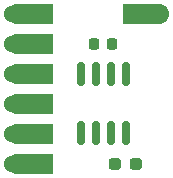
<source format=gts>
G04 #@! TF.GenerationSoftware,KiCad,Pcbnew,(6.0.8)*
G04 #@! TF.CreationDate,2023-04-21T16:45:31+02:00*
G04 #@! TF.ProjectId,15_XCAN,31355f58-4341-44e2-9e6b-696361645f70,rev?*
G04 #@! TF.SameCoordinates,Original*
G04 #@! TF.FileFunction,Soldermask,Top*
G04 #@! TF.FilePolarity,Negative*
%FSLAX46Y46*%
G04 Gerber Fmt 4.6, Leading zero omitted, Abs format (unit mm)*
G04 Created by KiCad (PCBNEW (6.0.8)) date 2023-04-21 16:45:31*
%MOMM*%
%LPD*%
G01*
G04 APERTURE LIST*
G04 Aperture macros list*
%AMRoundRect*
0 Rectangle with rounded corners*
0 $1 Rounding radius*
0 $2 $3 $4 $5 $6 $7 $8 $9 X,Y pos of 4 corners*
0 Add a 4 corners polygon primitive as box body*
4,1,4,$2,$3,$4,$5,$6,$7,$8,$9,$2,$3,0*
0 Add four circle primitives for the rounded corners*
1,1,$1+$1,$2,$3*
1,1,$1+$1,$4,$5*
1,1,$1+$1,$6,$7*
1,1,$1+$1,$8,$9*
0 Add four rect primitives between the rounded corners*
20,1,$1+$1,$2,$3,$4,$5,0*
20,1,$1+$1,$4,$5,$6,$7,0*
20,1,$1+$1,$6,$7,$8,$9,0*
20,1,$1+$1,$8,$9,$2,$3,0*%
%AMFreePoly0*
4,1,19,2.294749,0.844703,2.473926,0.804652,2.640323,0.727060,2.786177,0.615546,2.904682,0.475314,2.990310,0.312906,3.039066,0.135899,3.048675,-0.047448,3.018688,-0.228582,2.950505,-0.399051,2.847308,-0.550902,2.713909,-0.677050,2.556534,-0.771611,2.382525,-0.830171,2.200000,-0.850000,-0.850000,-0.850000,-0.850000,0.850000,2.200000,0.850000,2.294749,0.844703,2.294749,0.844703,
$1*%
G04 Aperture macros list end*
%ADD10C,1.524000*%
%ADD11FreePoly0,0.000000*%
%ADD12RoundRect,0.237500X-0.287500X-0.237500X0.287500X-0.237500X0.287500X0.237500X-0.287500X0.237500X0*%
%ADD13RoundRect,0.225000X-0.225000X-0.250000X0.225000X-0.250000X0.225000X0.250000X-0.225000X0.250000X0*%
%ADD14RoundRect,0.150000X-0.150000X0.825000X-0.150000X-0.825000X0.150000X-0.825000X0.150000X0.825000X0*%
%ADD15FreePoly0,180.000000*%
G04 APERTURE END LIST*
D10*
X113665000Y-63500000D03*
D11*
X111760000Y-63500000D03*
D12*
X110250000Y-76200000D03*
X112000000Y-76200000D03*
D13*
X108445000Y-66040000D03*
X109995000Y-66040000D03*
D14*
X111125000Y-68645000D03*
X109855000Y-68645000D03*
X108585000Y-68645000D03*
X107315000Y-68645000D03*
X107315000Y-73595000D03*
X108585000Y-73595000D03*
X109855000Y-73595000D03*
X111125000Y-73595000D03*
D10*
X101600000Y-73660000D03*
D15*
X104140000Y-73660000D03*
X104140000Y-63500000D03*
D10*
X101600000Y-63500000D03*
X101600000Y-71120000D03*
D15*
X104140000Y-71120000D03*
D10*
X101600000Y-68580000D03*
D15*
X104140000Y-68580000D03*
D10*
X101600000Y-76200000D03*
D15*
X104140000Y-76200000D03*
X104140000Y-66040000D03*
D10*
X101600000Y-66040000D03*
M02*

</source>
